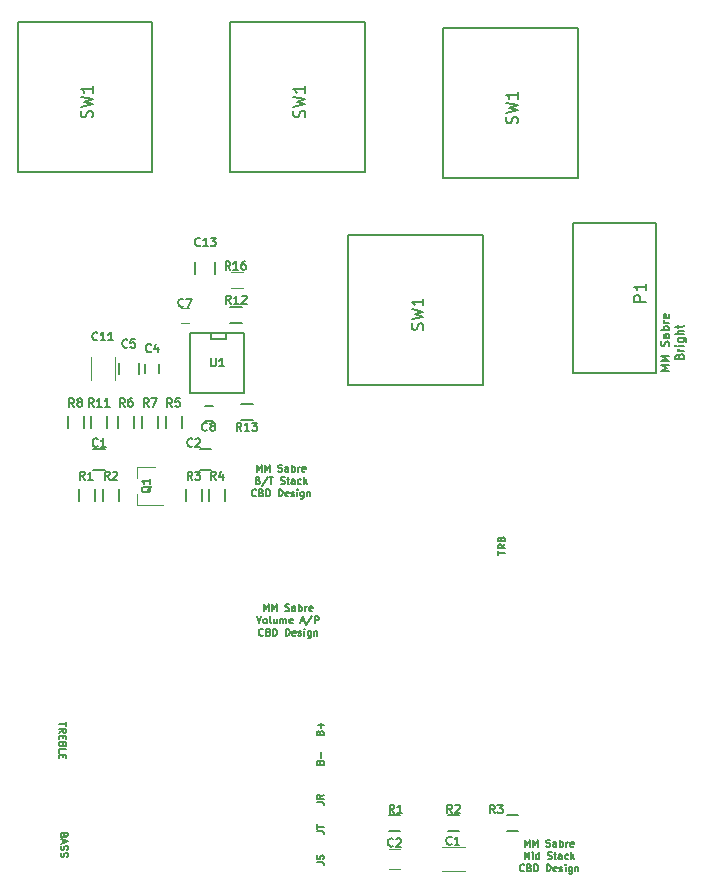
<source format=gto>
%MOIN*%
%OFA0B0*%
%FSLAX46Y46*%
%IPPOS*%
%LPD*%
%ADD10C,0.0039370078740157488*%
%ADD11C,0.005905511811023622*%
%ADD12C,0.0047244094488188976*%
%ADD23C,0.0039370078740157488*%
%ADD24C,0.005905511811023622*%
%ADD25C,0.0047244094488188976*%
%ADD26C,0.0039370078740157488*%
%ADD27C,0.006889763779527559*%
%ADD28C,0.005905511811023622*%
%ADD29C,0.0039370078740157488*%
%ADD30C,0.005905511811023622*%
%ADD31C,0.0039370078740157488*%
%ADD32C,0.005905511811023622*%
%ADD33C,0.0039370078740157488*%
%ADD34C,0.005905511811023622*%
%ADD35C,0.0039370078740157488*%
%ADD36C,0.005905511811023622*%
%ADD37C,0.0039370078740157488*%
%ADD38C,0.005905511811023622*%
%ADD39C,0.0039370078740157488*%
%ADD40C,0.005905511811023622*%
G01G01*
D10*
D11*
X0000801462Y0001369235D02*
X0000801462Y0001392857D01*
X0000809336Y0001375984D01*
X0000817210Y0001392857D01*
X0000817210Y0001369235D01*
X0000828458Y0001369235D02*
X0000828458Y0001392857D01*
X0000836332Y0001375984D01*
X0000844206Y0001392857D01*
X0000844206Y0001369235D01*
X0000872328Y0001370359D02*
X0000875702Y0001369235D01*
X0000881327Y0001369235D01*
X0000883577Y0001370359D01*
X0000884701Y0001371484D01*
X0000885826Y0001373734D01*
X0000885826Y0001375984D01*
X0000884701Y0001378233D01*
X0000883577Y0001379358D01*
X0000881327Y0001380483D01*
X0000876827Y0001381608D01*
X0000874578Y0001382733D01*
X0000873453Y0001383858D01*
X0000872328Y0001386107D01*
X0000872328Y0001388357D01*
X0000873453Y0001390607D01*
X0000874578Y0001391732D01*
X0000876827Y0001392857D01*
X0000882452Y0001392857D01*
X0000885826Y0001391732D01*
X0000906074Y0001369235D02*
X0000906074Y0001381608D01*
X0000904949Y0001383858D01*
X0000902699Y0001384983D01*
X0000898200Y0001384983D01*
X0000895950Y0001383858D01*
X0000906074Y0001370359D02*
X0000903824Y0001369235D01*
X0000898200Y0001369235D01*
X0000895950Y0001370359D01*
X0000894825Y0001372609D01*
X0000894825Y0001374859D01*
X0000895950Y0001377109D01*
X0000898200Y0001378233D01*
X0000903824Y0001378233D01*
X0000906074Y0001379358D01*
X0000917322Y0001369235D02*
X0000917322Y0001392857D01*
X0000917322Y0001383858D02*
X0000919572Y0001384983D01*
X0000924072Y0001384983D01*
X0000926321Y0001383858D01*
X0000927446Y0001382733D01*
X0000928571Y0001380483D01*
X0000928571Y0001373734D01*
X0000927446Y0001371484D01*
X0000926321Y0001370359D01*
X0000924072Y0001369235D01*
X0000919572Y0001369235D01*
X0000917322Y0001370359D01*
X0000938695Y0001369235D02*
X0000938695Y0001384983D01*
X0000938695Y0001380483D02*
X0000939820Y0001382733D01*
X0000940944Y0001383858D01*
X0000943194Y0001384983D01*
X0000945444Y0001384983D01*
X0000962317Y0001370359D02*
X0000960067Y0001369235D01*
X0000955568Y0001369235D01*
X0000953318Y0001370359D01*
X0000952193Y0001372609D01*
X0000952193Y0001381608D01*
X0000953318Y0001383858D01*
X0000955568Y0001384983D01*
X0000960067Y0001384983D01*
X0000962317Y0001383858D01*
X0000963442Y0001381608D01*
X0000963442Y0001379358D01*
X0000952193Y0001377109D01*
X0000804836Y0001340269D02*
X0000808211Y0001339145D01*
X0000809336Y0001338020D01*
X0000810461Y0001335770D01*
X0000810461Y0001332395D01*
X0000809336Y0001330146D01*
X0000808211Y0001329021D01*
X0000805961Y0001327896D01*
X0000796962Y0001327896D01*
X0000796962Y0001351518D01*
X0000804836Y0001351518D01*
X0000807086Y0001350393D01*
X0000808211Y0001349268D01*
X0000809336Y0001347019D01*
X0000809336Y0001344769D01*
X0000808211Y0001342519D01*
X0000807086Y0001341394D01*
X0000804836Y0001340269D01*
X0000796962Y0001340269D01*
X0000837457Y0001352643D02*
X0000817210Y0001322272D01*
X0000841957Y0001351518D02*
X0000855455Y0001351518D01*
X0000848706Y0001327896D02*
X0000848706Y0001351518D01*
X0000880202Y0001329021D02*
X0000883577Y0001327896D01*
X0000889201Y0001327896D01*
X0000891451Y0001329021D01*
X0000892575Y0001330146D01*
X0000893700Y0001332395D01*
X0000893700Y0001334645D01*
X0000892575Y0001336895D01*
X0000891451Y0001338020D01*
X0000889201Y0001339145D01*
X0000884701Y0001340269D01*
X0000882452Y0001341394D01*
X0000881327Y0001342519D01*
X0000880202Y0001344769D01*
X0000880202Y0001347019D01*
X0000881327Y0001349268D01*
X0000882452Y0001350393D01*
X0000884701Y0001351518D01*
X0000890326Y0001351518D01*
X0000893700Y0001350393D01*
X0000900449Y0001343644D02*
X0000909448Y0001343644D01*
X0000903824Y0001351518D02*
X0000903824Y0001331271D01*
X0000904949Y0001329021D01*
X0000907199Y0001327896D01*
X0000909448Y0001327896D01*
X0000927446Y0001327896D02*
X0000927446Y0001340269D01*
X0000926321Y0001342519D01*
X0000924072Y0001343644D01*
X0000919572Y0001343644D01*
X0000917322Y0001342519D01*
X0000927446Y0001329021D02*
X0000925196Y0001327896D01*
X0000919572Y0001327896D01*
X0000917322Y0001329021D01*
X0000916197Y0001331271D01*
X0000916197Y0001333520D01*
X0000917322Y0001335770D01*
X0000919572Y0001336895D01*
X0000925196Y0001336895D01*
X0000927446Y0001338020D01*
X0000948818Y0001329021D02*
X0000946569Y0001327896D01*
X0000942069Y0001327896D01*
X0000939820Y0001329021D01*
X0000938695Y0001330146D01*
X0000937570Y0001332395D01*
X0000937570Y0001339145D01*
X0000938695Y0001341394D01*
X0000939820Y0001342519D01*
X0000942069Y0001343644D01*
X0000946569Y0001343644D01*
X0000948818Y0001342519D01*
X0000958942Y0001327896D02*
X0000958942Y0001351518D01*
X0000961192Y0001336895D02*
X0000967941Y0001327896D01*
X0000967941Y0001343644D02*
X0000958942Y0001334645D01*
X0000798087Y0001288807D02*
X0000796962Y0001287682D01*
X0000793588Y0001286557D01*
X0000791338Y0001286557D01*
X0000787964Y0001287682D01*
X0000785714Y0001289932D01*
X0000784589Y0001292182D01*
X0000783464Y0001296681D01*
X0000783464Y0001300056D01*
X0000784589Y0001304555D01*
X0000785714Y0001306805D01*
X0000787964Y0001309055D01*
X0000791338Y0001310179D01*
X0000793588Y0001310179D01*
X0000796962Y0001309055D01*
X0000798087Y0001307930D01*
X0000816085Y0001298931D02*
X0000819460Y0001297806D01*
X0000820584Y0001296681D01*
X0000821709Y0001294431D01*
X0000821709Y0001291057D01*
X0000820584Y0001288807D01*
X0000819460Y0001287682D01*
X0000817210Y0001286557D01*
X0000808211Y0001286557D01*
X0000808211Y0001310179D01*
X0000816085Y0001310179D01*
X0000818335Y0001309055D01*
X0000819460Y0001307930D01*
X0000820584Y0001305680D01*
X0000820584Y0001303430D01*
X0000819460Y0001301181D01*
X0000818335Y0001300056D01*
X0000816085Y0001298931D01*
X0000808211Y0001298931D01*
X0000831833Y0001286557D02*
X0000831833Y0001310179D01*
X0000837457Y0001310179D01*
X0000840832Y0001309055D01*
X0000843082Y0001306805D01*
X0000844207Y0001304555D01*
X0000845331Y0001300056D01*
X0000845331Y0001296681D01*
X0000844207Y0001292182D01*
X0000843082Y0001289932D01*
X0000840832Y0001287682D01*
X0000837457Y0001286557D01*
X0000831833Y0001286557D01*
X0000873453Y0001286557D02*
X0000873453Y0001310179D01*
X0000879077Y0001310179D01*
X0000882452Y0001309055D01*
X0000884701Y0001306805D01*
X0000885826Y0001304555D01*
X0000886951Y0001300056D01*
X0000886951Y0001296681D01*
X0000885826Y0001292182D01*
X0000884701Y0001289932D01*
X0000882452Y0001287682D01*
X0000879077Y0001286557D01*
X0000873453Y0001286557D01*
X0000906074Y0001287682D02*
X0000903824Y0001286557D01*
X0000899325Y0001286557D01*
X0000897075Y0001287682D01*
X0000895950Y0001289932D01*
X0000895950Y0001298931D01*
X0000897075Y0001301181D01*
X0000899325Y0001302305D01*
X0000903824Y0001302305D01*
X0000906074Y0001301181D01*
X0000907199Y0001298931D01*
X0000907199Y0001296681D01*
X0000895950Y0001294431D01*
X0000916198Y0001287682D02*
X0000918447Y0001286557D01*
X0000922947Y0001286557D01*
X0000925196Y0001287682D01*
X0000926321Y0001289932D01*
X0000926321Y0001291057D01*
X0000925196Y0001293307D01*
X0000922947Y0001294431D01*
X0000919572Y0001294431D01*
X0000917322Y0001295556D01*
X0000916198Y0001297806D01*
X0000916198Y0001298931D01*
X0000917322Y0001301181D01*
X0000919572Y0001302305D01*
X0000922947Y0001302305D01*
X0000925196Y0001301181D01*
X0000936445Y0001286557D02*
X0000936445Y0001302305D01*
X0000936445Y0001310179D02*
X0000935320Y0001309055D01*
X0000936445Y0001307930D01*
X0000937570Y0001309055D01*
X0000936445Y0001310179D01*
X0000936445Y0001307930D01*
X0000957817Y0001302305D02*
X0000957817Y0001283183D01*
X0000956692Y0001280933D01*
X0000955568Y0001279808D01*
X0000953318Y0001278683D01*
X0000949943Y0001278683D01*
X0000947694Y0001279808D01*
X0000957817Y0001287682D02*
X0000955568Y0001286557D01*
X0000951068Y0001286557D01*
X0000948818Y0001287682D01*
X0000947694Y0001288807D01*
X0000946569Y0001291057D01*
X0000946569Y0001297806D01*
X0000947694Y0001300056D01*
X0000948818Y0001301181D01*
X0000951068Y0001302305D01*
X0000955568Y0001302305D01*
X0000957817Y0001301181D01*
X0000969066Y0001302305D02*
X0000969066Y0001286557D01*
X0000969066Y0001300056D02*
X0000970191Y0001301181D01*
X0000972440Y0001302305D01*
X0000975815Y0001302305D01*
X0000978065Y0001301181D01*
X0000979190Y0001298931D01*
X0000979190Y0001286557D01*
X0000340551Y0001732283D02*
X0000340551Y0001692913D01*
X0000407480Y0001692913D02*
X0000407480Y0001732283D01*
X0000249015Y0001515748D02*
X0000249015Y0001555118D01*
X0000302165Y0001555118D02*
X0000302165Y0001515748D01*
X0000663385Y0002027559D02*
X0000663385Y0002066929D01*
X0000596456Y0002066929D02*
X0000596456Y0002027559D01*
X0000759291Y0001832283D02*
X0000759291Y0001632283D01*
X0000759291Y0001632283D02*
X0000579291Y0001632283D01*
X0000579291Y0001632283D02*
X0000579291Y0001832283D01*
X0000579291Y0001832283D02*
X0000759291Y0001832283D01*
X0000699291Y0001832283D02*
X0000699291Y0001812283D01*
X0000699291Y0001812283D02*
X0000649291Y0001812283D01*
X0000649291Y0001812283D02*
X0000649291Y0001832283D01*
D12*
X0000403149Y0001383070D02*
X0000403149Y0001346456D01*
X0000403149Y0001258661D02*
X0000403149Y0001295275D01*
X0000403149Y0001258661D02*
X0000488188Y0001258661D01*
X0000403149Y0001383070D02*
X0000460629Y0001383070D01*
D11*
X0000255905Y0001375984D02*
X0000295275Y0001375984D01*
X0000295275Y0001442913D02*
X0000255905Y0001442913D01*
X0000610236Y0001375984D02*
X0000649606Y0001375984D01*
X0000649606Y0001442913D02*
X0000610236Y0001442913D01*
X0000627952Y0001586614D02*
X0000655511Y0001586614D01*
X0000655511Y0001539370D02*
X0000627952Y0001539370D01*
X0000209645Y0001271653D02*
X0000209645Y0001311023D01*
X0000262795Y0001311023D02*
X0000262795Y0001271653D01*
X0000288385Y0001271653D02*
X0000288385Y0001311023D01*
X0000341535Y0001311023D02*
X0000341535Y0001271653D01*
X0000563976Y0001271653D02*
X0000563976Y0001311023D01*
X0000617125Y0001311023D02*
X0000617125Y0001271653D01*
X0000642716Y0001271653D02*
X0000642716Y0001311023D01*
X0000695866Y0001311023D02*
X0000695866Y0001271653D01*
X0000497047Y0001515748D02*
X0000497047Y0001555118D01*
X0000550196Y0001555118D02*
X0000550196Y0001515748D01*
X0000392716Y0001555118D02*
X0000392716Y0001515748D01*
X0000339566Y0001515748D02*
X0000339566Y0001555118D01*
X0000471456Y0001555118D02*
X0000471456Y0001515748D01*
X0000418307Y0001515748D02*
X0000418307Y0001555118D01*
X0000170275Y0001515748D02*
X0000170275Y0001555118D01*
X0000223425Y0001555118D02*
X0000223425Y0001515748D01*
X0000712598Y0001916338D02*
X0000751968Y0001916338D01*
X0000751968Y0001863188D02*
X0000712598Y0001863188D01*
X0000787401Y0001540354D02*
X0000748031Y0001540354D01*
X0000748031Y0001593503D02*
X0000787401Y0001593503D01*
D12*
X0000247244Y0001751968D02*
X0000247244Y0001673228D01*
X0000327559Y0001673228D02*
X0000327559Y0001751968D01*
X0000574803Y0001866141D02*
X0000547244Y0001866141D01*
X0000547244Y0001913385D02*
X0000574803Y0001913385D01*
X0000714566Y0002034645D02*
X0000753937Y0002034645D01*
X0000753937Y0001981102D02*
X0000714566Y0001981102D01*
D11*
X0000429133Y0001698818D02*
X0000429133Y0001726377D01*
X0000476377Y0001726377D02*
X0000476377Y0001698818D01*
X0000369422Y0001785433D02*
X0000368110Y0001784120D01*
X0000364173Y0001782808D01*
X0000361548Y0001782808D01*
X0000357611Y0001784120D01*
X0000354986Y0001786745D01*
X0000353674Y0001789370D01*
X0000352362Y0001794619D01*
X0000352362Y0001798556D01*
X0000353674Y0001803805D01*
X0000354986Y0001806430D01*
X0000357611Y0001809055D01*
X0000361548Y0001810367D01*
X0000364173Y0001810367D01*
X0000368110Y0001809055D01*
X0000369422Y0001807742D01*
X0000394356Y0001810367D02*
X0000381233Y0001810367D01*
X0000379921Y0001797244D01*
X0000381233Y0001798556D01*
X0000383858Y0001799868D01*
X0000390419Y0001799868D01*
X0000393044Y0001798556D01*
X0000394356Y0001797244D01*
X0000395669Y0001794619D01*
X0000395669Y0001788057D01*
X0000394356Y0001785433D01*
X0000393044Y0001784120D01*
X0000390419Y0001782808D01*
X0000383858Y0001782808D01*
X0000381233Y0001784120D01*
X0000379921Y0001785433D01*
X0000257874Y0001585957D02*
X0000248687Y0001599081D01*
X0000242125Y0001585957D02*
X0000242125Y0001613517D01*
X0000252624Y0001613517D01*
X0000255249Y0001612204D01*
X0000256561Y0001610892D01*
X0000257874Y0001608267D01*
X0000257874Y0001604330D01*
X0000256561Y0001601706D01*
X0000255249Y0001600393D01*
X0000252624Y0001599081D01*
X0000242125Y0001599081D01*
X0000284120Y0001585957D02*
X0000268372Y0001585957D01*
X0000276246Y0001585957D02*
X0000276246Y0001613517D01*
X0000273622Y0001609580D01*
X0000270997Y0001606955D01*
X0000268372Y0001605643D01*
X0000310367Y0001585957D02*
X0000294619Y0001585957D01*
X0000302493Y0001585957D02*
X0000302493Y0001613517D01*
X0000299868Y0001609580D01*
X0000297244Y0001606955D01*
X0000294619Y0001605643D01*
X0000612204Y0002124015D02*
X0000610892Y0002122703D01*
X0000606955Y0002121391D01*
X0000604330Y0002121391D01*
X0000600393Y0002122703D01*
X0000597769Y0002125328D01*
X0000596456Y0002127952D01*
X0000595144Y0002133202D01*
X0000595144Y0002137139D01*
X0000596456Y0002142388D01*
X0000597769Y0002145013D01*
X0000600393Y0002147637D01*
X0000604330Y0002148950D01*
X0000606955Y0002148950D01*
X0000610892Y0002147637D01*
X0000612204Y0002146325D01*
X0000638451Y0002121391D02*
X0000622703Y0002121391D01*
X0000630577Y0002121391D02*
X0000630577Y0002148950D01*
X0000627952Y0002145013D01*
X0000625328Y0002142388D01*
X0000622703Y0002141076D01*
X0000647637Y0002148950D02*
X0000664698Y0002148950D01*
X0000655511Y0002138451D01*
X0000659448Y0002138451D01*
X0000662073Y0002137139D01*
X0000663385Y0002135826D01*
X0000664698Y0002133202D01*
X0000664698Y0002126640D01*
X0000663385Y0002124015D01*
X0000662073Y0002122703D01*
X0000659448Y0002121391D01*
X0000651574Y0002121391D01*
X0000648950Y0002122703D01*
X0000647637Y0002124015D01*
X0000648156Y0001747375D02*
X0000648156Y0001725065D01*
X0000649468Y0001722440D01*
X0000650780Y0001721128D01*
X0000653405Y0001719816D01*
X0000658654Y0001719816D01*
X0000661279Y0001721128D01*
X0000662591Y0001722440D01*
X0000663904Y0001725065D01*
X0000663904Y0001747375D01*
X0000691463Y0001719816D02*
X0000675715Y0001719816D01*
X0000683589Y0001719816D02*
X0000683589Y0001747375D01*
X0000680964Y0001743438D01*
X0000678339Y0001740813D01*
X0000675715Y0001739501D01*
X0000448162Y0001320209D02*
X0000446850Y0001317585D01*
X0000444225Y0001314960D01*
X0000440288Y0001311023D01*
X0000438976Y0001308398D01*
X0000438976Y0001305774D01*
X0000445538Y0001307086D02*
X0000444225Y0001304461D01*
X0000441601Y0001301837D01*
X0000436351Y0001300524D01*
X0000427165Y0001300524D01*
X0000421916Y0001301837D01*
X0000419291Y0001304461D01*
X0000417979Y0001307086D01*
X0000417979Y0001312335D01*
X0000419291Y0001314960D01*
X0000421916Y0001317585D01*
X0000427165Y0001318897D01*
X0000436351Y0001318897D01*
X0000441601Y0001317585D01*
X0000444225Y0001314960D01*
X0000445538Y0001312335D01*
X0000445538Y0001307086D01*
X0000445538Y0001345144D02*
X0000445538Y0001329396D01*
X0000445538Y0001337270D02*
X0000417979Y0001337270D01*
X0000421916Y0001334645D01*
X0000424540Y0001332020D01*
X0000425852Y0001329396D01*
X0000270997Y0001454724D02*
X0000269685Y0001453412D01*
X0000265748Y0001452099D01*
X0000263123Y0001452099D01*
X0000259186Y0001453412D01*
X0000256561Y0001456036D01*
X0000255249Y0001458661D01*
X0000253936Y0001463910D01*
X0000253936Y0001467847D01*
X0000255249Y0001473097D01*
X0000256561Y0001475721D01*
X0000259186Y0001478346D01*
X0000263123Y0001479658D01*
X0000265748Y0001479658D01*
X0000269685Y0001478346D01*
X0000270997Y0001477034D01*
X0000297244Y0001452099D02*
X0000281496Y0001452099D01*
X0000289370Y0001452099D02*
X0000289370Y0001479658D01*
X0000286745Y0001475721D01*
X0000284120Y0001473097D01*
X0000281496Y0001471784D01*
X0000585957Y0001454724D02*
X0000584645Y0001453412D01*
X0000580708Y0001452099D01*
X0000578084Y0001452099D01*
X0000574147Y0001453412D01*
X0000571522Y0001456036D01*
X0000570210Y0001458661D01*
X0000568897Y0001463910D01*
X0000568897Y0001467847D01*
X0000570210Y0001473097D01*
X0000571522Y0001475721D01*
X0000574147Y0001478346D01*
X0000578084Y0001479658D01*
X0000580708Y0001479658D01*
X0000584645Y0001478346D01*
X0000585957Y0001477034D01*
X0000596456Y0001477034D02*
X0000597769Y0001478346D01*
X0000600393Y0001479658D01*
X0000606955Y0001479658D01*
X0000609580Y0001478346D01*
X0000610892Y0001477034D01*
X0000612204Y0001474409D01*
X0000612204Y0001471784D01*
X0000610892Y0001467847D01*
X0000595144Y0001452099D01*
X0000612204Y0001452099D01*
X0000635170Y0001507874D02*
X0000633858Y0001506561D01*
X0000629921Y0001505249D01*
X0000627296Y0001505249D01*
X0000623359Y0001506561D01*
X0000620734Y0001509186D01*
X0000619422Y0001511811D01*
X0000618110Y0001517060D01*
X0000618110Y0001520997D01*
X0000619422Y0001526246D01*
X0000620734Y0001528871D01*
X0000623359Y0001531496D01*
X0000627296Y0001532808D01*
X0000629921Y0001532808D01*
X0000633858Y0001531496D01*
X0000635170Y0001530183D01*
X0000650918Y0001520997D02*
X0000648293Y0001522309D01*
X0000646981Y0001523622D01*
X0000645669Y0001526246D01*
X0000645669Y0001527559D01*
X0000646981Y0001530183D01*
X0000648293Y0001531496D01*
X0000650918Y0001532808D01*
X0000656167Y0001532808D01*
X0000658792Y0001531496D01*
X0000660105Y0001530183D01*
X0000661417Y0001527559D01*
X0000661417Y0001526246D01*
X0000660105Y0001523622D01*
X0000658792Y0001522309D01*
X0000656167Y0001520997D01*
X0000650918Y0001520997D01*
X0000648293Y0001519685D01*
X0000646981Y0001518372D01*
X0000645669Y0001515748D01*
X0000645669Y0001510498D01*
X0000646981Y0001507874D01*
X0000648293Y0001506561D01*
X0000650918Y0001505249D01*
X0000656167Y0001505249D01*
X0000658792Y0001506561D01*
X0000660105Y0001507874D01*
X0000661417Y0001510498D01*
X0000661417Y0001515748D01*
X0000660105Y0001518372D01*
X0000658792Y0001519685D01*
X0000656167Y0001520997D01*
X0000227690Y0001341863D02*
X0000218503Y0001354986D01*
X0000211942Y0001341863D02*
X0000211942Y0001369422D01*
X0000222440Y0001369422D01*
X0000225065Y0001368110D01*
X0000226377Y0001366797D01*
X0000227690Y0001364173D01*
X0000227690Y0001360236D01*
X0000226377Y0001357611D01*
X0000225065Y0001356299D01*
X0000222440Y0001354986D01*
X0000211942Y0001354986D01*
X0000253936Y0001341863D02*
X0000238188Y0001341863D01*
X0000246062Y0001341863D02*
X0000246062Y0001369422D01*
X0000243438Y0001365485D01*
X0000240813Y0001362860D01*
X0000238188Y0001361548D01*
X0000310367Y0001341863D02*
X0000301181Y0001354986D01*
X0000294619Y0001341863D02*
X0000294619Y0001369422D01*
X0000305118Y0001369422D01*
X0000307742Y0001368110D01*
X0000309055Y0001366797D01*
X0000310367Y0001364173D01*
X0000310367Y0001360236D01*
X0000309055Y0001357611D01*
X0000307742Y0001356299D01*
X0000305118Y0001354986D01*
X0000294619Y0001354986D01*
X0000320866Y0001366797D02*
X0000322178Y0001368110D01*
X0000324803Y0001369422D01*
X0000331364Y0001369422D01*
X0000333989Y0001368110D01*
X0000335301Y0001366797D01*
X0000336614Y0001364173D01*
X0000336614Y0001361548D01*
X0000335301Y0001357611D01*
X0000319553Y0001341863D01*
X0000336614Y0001341863D01*
X0000585957Y0001341863D02*
X0000576771Y0001354986D01*
X0000570210Y0001341863D02*
X0000570210Y0001369422D01*
X0000580708Y0001369422D01*
X0000583333Y0001368110D01*
X0000584645Y0001366797D01*
X0000585957Y0001364173D01*
X0000585957Y0001360236D01*
X0000584645Y0001357611D01*
X0000583333Y0001356299D01*
X0000580708Y0001354986D01*
X0000570210Y0001354986D01*
X0000595144Y0001369422D02*
X0000612204Y0001369422D01*
X0000603018Y0001358923D01*
X0000606955Y0001358923D01*
X0000609580Y0001357611D01*
X0000610892Y0001356299D01*
X0000612204Y0001353674D01*
X0000612204Y0001347112D01*
X0000610892Y0001344488D01*
X0000609580Y0001343175D01*
X0000606955Y0001341863D01*
X0000599081Y0001341863D01*
X0000596456Y0001343175D01*
X0000595144Y0001344488D01*
X0000664698Y0001341863D02*
X0000655511Y0001354986D01*
X0000648950Y0001341863D02*
X0000648950Y0001369422D01*
X0000659448Y0001369422D01*
X0000662073Y0001368110D01*
X0000663385Y0001366797D01*
X0000664698Y0001364173D01*
X0000664698Y0001360236D01*
X0000663385Y0001357611D01*
X0000662073Y0001356299D01*
X0000659448Y0001354986D01*
X0000648950Y0001354986D01*
X0000688320Y0001360236D02*
X0000688320Y0001341863D01*
X0000681758Y0001370734D02*
X0000675196Y0001351049D01*
X0000692257Y0001351049D01*
X0000519028Y0001585957D02*
X0000509842Y0001599081D01*
X0000503280Y0001585957D02*
X0000503280Y0001613517D01*
X0000513779Y0001613517D01*
X0000516404Y0001612204D01*
X0000517716Y0001610892D01*
X0000519028Y0001608267D01*
X0000519028Y0001604330D01*
X0000517716Y0001601706D01*
X0000516404Y0001600393D01*
X0000513779Y0001599081D01*
X0000503280Y0001599081D01*
X0000543963Y0001613517D02*
X0000530839Y0001613517D01*
X0000529527Y0001600393D01*
X0000530839Y0001601706D01*
X0000533464Y0001603018D01*
X0000540026Y0001603018D01*
X0000542650Y0001601706D01*
X0000543963Y0001600393D01*
X0000545275Y0001597768D01*
X0000545275Y0001591207D01*
X0000543963Y0001588582D01*
X0000542650Y0001587270D01*
X0000540026Y0001585957D01*
X0000533464Y0001585957D01*
X0000530839Y0001587270D01*
X0000529527Y0001588582D01*
X0000361548Y0001585957D02*
X0000352362Y0001599081D01*
X0000345800Y0001585957D02*
X0000345800Y0001613517D01*
X0000356299Y0001613517D01*
X0000358923Y0001612204D01*
X0000360236Y0001610892D01*
X0000361548Y0001608267D01*
X0000361548Y0001604330D01*
X0000360236Y0001601706D01*
X0000358923Y0001600393D01*
X0000356299Y0001599081D01*
X0000345800Y0001599081D01*
X0000385170Y0001613517D02*
X0000379921Y0001613517D01*
X0000377296Y0001612204D01*
X0000375984Y0001610892D01*
X0000373359Y0001606955D01*
X0000372047Y0001601706D01*
X0000372047Y0001591207D01*
X0000373359Y0001588582D01*
X0000374671Y0001587270D01*
X0000377296Y0001585957D01*
X0000382545Y0001585957D01*
X0000385170Y0001587270D01*
X0000386482Y0001588582D01*
X0000387795Y0001591207D01*
X0000387795Y0001597768D01*
X0000386482Y0001600393D01*
X0000385170Y0001601706D01*
X0000382545Y0001603018D01*
X0000377296Y0001603018D01*
X0000374671Y0001601706D01*
X0000373359Y0001600393D01*
X0000372047Y0001597768D01*
X0000440288Y0001585957D02*
X0000431102Y0001599081D01*
X0000424540Y0001585957D02*
X0000424540Y0001613517D01*
X0000435039Y0001613517D01*
X0000437664Y0001612204D01*
X0000438976Y0001610892D01*
X0000440288Y0001608267D01*
X0000440288Y0001604330D01*
X0000438976Y0001601706D01*
X0000437664Y0001600393D01*
X0000435039Y0001599081D01*
X0000424540Y0001599081D01*
X0000449475Y0001613517D02*
X0000467847Y0001613517D01*
X0000456036Y0001585957D01*
X0000192257Y0001585957D02*
X0000183070Y0001599081D01*
X0000176509Y0001585957D02*
X0000176509Y0001613517D01*
X0000187007Y0001613517D01*
X0000189632Y0001612204D01*
X0000190944Y0001610892D01*
X0000192257Y0001608267D01*
X0000192257Y0001604330D01*
X0000190944Y0001601706D01*
X0000189632Y0001600393D01*
X0000187007Y0001599081D01*
X0000176509Y0001599081D01*
X0000208005Y0001601706D02*
X0000205380Y0001603018D01*
X0000204068Y0001604330D01*
X0000202755Y0001606955D01*
X0000202755Y0001608267D01*
X0000204068Y0001610892D01*
X0000205380Y0001612204D01*
X0000208005Y0001613517D01*
X0000213254Y0001613517D01*
X0000215879Y0001612204D01*
X0000217191Y0001610892D01*
X0000218503Y0001608267D01*
X0000218503Y0001606955D01*
X0000217191Y0001604330D01*
X0000215879Y0001603018D01*
X0000213254Y0001601706D01*
X0000208005Y0001601706D01*
X0000205380Y0001600393D01*
X0000204068Y0001599081D01*
X0000202755Y0001596456D01*
X0000202755Y0001591207D01*
X0000204068Y0001588582D01*
X0000205380Y0001587270D01*
X0000208005Y0001585957D01*
X0000213254Y0001585957D01*
X0000215879Y0001587270D01*
X0000217191Y0001588582D01*
X0000218503Y0001591207D01*
X0000218503Y0001596456D01*
X0000217191Y0001599081D01*
X0000215879Y0001600393D01*
X0000213254Y0001601706D01*
X0000714566Y0001928477D02*
X0000705380Y0001941601D01*
X0000698818Y0001928477D02*
X0000698818Y0001956036D01*
X0000709317Y0001956036D01*
X0000711942Y0001954724D01*
X0000713254Y0001953412D01*
X0000714566Y0001950787D01*
X0000714566Y0001946850D01*
X0000713254Y0001944225D01*
X0000711942Y0001942913D01*
X0000709317Y0001941601D01*
X0000698818Y0001941601D01*
X0000740813Y0001928477D02*
X0000725065Y0001928477D01*
X0000732939Y0001928477D02*
X0000732939Y0001956036D01*
X0000730314Y0001952099D01*
X0000727690Y0001949475D01*
X0000725065Y0001948162D01*
X0000751312Y0001953412D02*
X0000752624Y0001954724D01*
X0000755249Y0001956036D01*
X0000761810Y0001956036D01*
X0000764435Y0001954724D01*
X0000765747Y0001953412D01*
X0000767060Y0001950787D01*
X0000767060Y0001948162D01*
X0000765747Y0001944225D01*
X0000750000Y0001928477D01*
X0000767060Y0001928477D01*
X0000750000Y0001505249D02*
X0000740813Y0001518372D01*
X0000734251Y0001505249D02*
X0000734251Y0001532808D01*
X0000744750Y0001532808D01*
X0000747375Y0001531496D01*
X0000748687Y0001530183D01*
X0000750000Y0001527559D01*
X0000750000Y0001523622D01*
X0000748687Y0001520997D01*
X0000747375Y0001519685D01*
X0000744750Y0001518372D01*
X0000734251Y0001518372D01*
X0000776246Y0001505249D02*
X0000760498Y0001505249D01*
X0000768372Y0001505249D02*
X0000768372Y0001532808D01*
X0000765747Y0001528871D01*
X0000763123Y0001526246D01*
X0000760498Y0001524934D01*
X0000785433Y0001532808D02*
X0000802493Y0001532808D01*
X0000793307Y0001522309D01*
X0000797244Y0001522309D01*
X0000799868Y0001520997D01*
X0000801181Y0001519685D01*
X0000802493Y0001517060D01*
X0000802493Y0001510498D01*
X0000801181Y0001507874D01*
X0000799868Y0001506561D01*
X0000797244Y0001505249D01*
X0000789370Y0001505249D01*
X0000786745Y0001506561D01*
X0000785433Y0001507874D01*
X0000269685Y0001809055D02*
X0000268372Y0001807742D01*
X0000264435Y0001806430D01*
X0000261811Y0001806430D01*
X0000257874Y0001807742D01*
X0000255249Y0001810367D01*
X0000253936Y0001812992D01*
X0000252624Y0001818241D01*
X0000252624Y0001822178D01*
X0000253936Y0001827427D01*
X0000255249Y0001830052D01*
X0000257874Y0001832677D01*
X0000261811Y0001833989D01*
X0000264435Y0001833989D01*
X0000268372Y0001832677D01*
X0000269685Y0001831364D01*
X0000295931Y0001806430D02*
X0000280183Y0001806430D01*
X0000288057Y0001806430D02*
X0000288057Y0001833989D01*
X0000285433Y0001830052D01*
X0000282808Y0001827427D01*
X0000280183Y0001826115D01*
X0000322178Y0001806430D02*
X0000306430Y0001806430D01*
X0000314304Y0001806430D02*
X0000314304Y0001833989D01*
X0000311679Y0001830052D01*
X0000309055Y0001827427D01*
X0000306430Y0001826115D01*
X0000556430Y0001921259D02*
X0000555118Y0001919947D01*
X0000551181Y0001918635D01*
X0000548556Y0001918635D01*
X0000544619Y0001919947D01*
X0000541994Y0001922572D01*
X0000540682Y0001925196D01*
X0000539370Y0001930446D01*
X0000539370Y0001934383D01*
X0000540682Y0001939632D01*
X0000541994Y0001942257D01*
X0000544619Y0001944881D01*
X0000548556Y0001946194D01*
X0000551181Y0001946194D01*
X0000555118Y0001944881D01*
X0000556430Y0001943569D01*
X0000565616Y0001946194D02*
X0000583989Y0001946194D01*
X0000572178Y0001918635D01*
X0000712598Y0002042650D02*
X0000703412Y0002055774D01*
X0000696850Y0002042650D02*
X0000696850Y0002070209D01*
X0000707349Y0002070209D01*
X0000709973Y0002068897D01*
X0000711286Y0002067585D01*
X0000712598Y0002064960D01*
X0000712598Y0002061023D01*
X0000711286Y0002058398D01*
X0000709973Y0002057086D01*
X0000707349Y0002055774D01*
X0000696850Y0002055774D01*
X0000738845Y0002042650D02*
X0000723097Y0002042650D01*
X0000730971Y0002042650D02*
X0000730971Y0002070209D01*
X0000728346Y0002066272D01*
X0000725721Y0002063648D01*
X0000723097Y0002062335D01*
X0000762467Y0002070209D02*
X0000757217Y0002070209D01*
X0000754593Y0002068897D01*
X0000753280Y0002067585D01*
X0000750656Y0002063648D01*
X0000749343Y0002058398D01*
X0000749343Y0002047900D01*
X0000750656Y0002045275D01*
X0000751968Y0002043963D01*
X0000754593Y0002042650D01*
X0000759842Y0002042650D01*
X0000762467Y0002043963D01*
X0000763779Y0002045275D01*
X0000765091Y0002047900D01*
X0000765091Y0002054461D01*
X0000763779Y0002057086D01*
X0000762467Y0002058398D01*
X0000759842Y0002059711D01*
X0000754593Y0002059711D01*
X0000751968Y0002058398D01*
X0000750656Y0002057086D01*
X0000749343Y0002054461D01*
X0000448162Y0001769685D02*
X0000446850Y0001768372D01*
X0000442913Y0001767060D01*
X0000440288Y0001767060D01*
X0000436351Y0001768372D01*
X0000433727Y0001770997D01*
X0000432414Y0001773622D01*
X0000431102Y0001778871D01*
X0000431102Y0001782808D01*
X0000432414Y0001788057D01*
X0000433727Y0001790682D01*
X0000436351Y0001793307D01*
X0000440288Y0001794619D01*
X0000442913Y0001794619D01*
X0000446850Y0001793307D01*
X0000448162Y0001791994D01*
X0000471784Y0001785433D02*
X0000471784Y0001767060D01*
X0000465223Y0001795931D02*
X0000458661Y0001776246D01*
X0000475721Y0001776246D01*
G04 next file*
G04 #@! TF.FileFunction,Legend,Top*
G04 Gerber Fmt 4.6, Leading zero omitted, Abs format (unit mm)*
G04 Created by KiCad (PCBNEW 4.0.4-1.fc24-product) date Tue Jun  5 17:09:06 2018*
G01G01*
G04 APERTURE LIST*
G04 APERTURE END LIST*
D23*
D24*
X0001695163Y0000119235D02*
X0001695163Y0000142857D01*
X0001703037Y0000125984D01*
X0001710911Y0000142857D01*
X0001710911Y0000119235D01*
X0001722159Y0000119235D02*
X0001722159Y0000142857D01*
X0001730033Y0000125984D01*
X0001737907Y0000142857D01*
X0001737907Y0000119235D01*
X0001766029Y0000120359D02*
X0001769403Y0000119235D01*
X0001775028Y0000119235D01*
X0001777277Y0000120359D01*
X0001778402Y0000121484D01*
X0001779527Y0000123734D01*
X0001779527Y0000125984D01*
X0001778402Y0000128233D01*
X0001777277Y0000129358D01*
X0001775028Y0000130483D01*
X0001770528Y0000131608D01*
X0001768278Y0000132733D01*
X0001767154Y0000133858D01*
X0001766029Y0000136107D01*
X0001766029Y0000138357D01*
X0001767154Y0000140607D01*
X0001768278Y0000141732D01*
X0001770528Y0000142857D01*
X0001776152Y0000142857D01*
X0001779527Y0000141732D01*
X0001799775Y0000119235D02*
X0001799775Y0000131608D01*
X0001798650Y0000133858D01*
X0001796400Y0000134983D01*
X0001791901Y0000134983D01*
X0001789651Y0000133858D01*
X0001799775Y0000120359D02*
X0001797525Y0000119235D01*
X0001791901Y0000119235D01*
X0001789651Y0000120359D01*
X0001788526Y0000122609D01*
X0001788526Y0000124859D01*
X0001789651Y0000127109D01*
X0001791901Y0000128233D01*
X0001797525Y0000128233D01*
X0001799775Y0000129358D01*
X0001811023Y0000119235D02*
X0001811023Y0000142857D01*
X0001811023Y0000133858D02*
X0001813273Y0000134983D01*
X0001817772Y0000134983D01*
X0001820022Y0000133858D01*
X0001821147Y0000132733D01*
X0001822272Y0000130483D01*
X0001822272Y0000123734D01*
X0001821147Y0000121484D01*
X0001820022Y0000120359D01*
X0001817772Y0000119235D01*
X0001813273Y0000119235D01*
X0001811023Y0000120359D01*
X0001832395Y0000119235D02*
X0001832395Y0000134983D01*
X0001832395Y0000130483D02*
X0001833520Y0000132733D01*
X0001834645Y0000133858D01*
X0001836895Y0000134983D01*
X0001839145Y0000134983D01*
X0001856017Y0000120359D02*
X0001853768Y0000119235D01*
X0001849268Y0000119235D01*
X0001847019Y0000120359D01*
X0001845894Y0000122609D01*
X0001845894Y0000131608D01*
X0001847019Y0000133858D01*
X0001849268Y0000134983D01*
X0001853768Y0000134983D01*
X0001856017Y0000133858D01*
X0001857142Y0000131608D01*
X0001857142Y0000129358D01*
X0001845894Y0000127109D01*
X0001694038Y0000077896D02*
X0001694038Y0000101518D01*
X0001701912Y0000084645D01*
X0001709786Y0000101518D01*
X0001709786Y0000077896D01*
X0001721034Y0000077896D02*
X0001721034Y0000093644D01*
X0001721034Y0000101518D02*
X0001719910Y0000100393D01*
X0001721034Y0000099268D01*
X0001722159Y0000100393D01*
X0001721034Y0000101518D01*
X0001721034Y0000099268D01*
X0001742407Y0000077896D02*
X0001742407Y0000101518D01*
X0001742407Y0000079021D02*
X0001740157Y0000077896D01*
X0001735657Y0000077896D01*
X0001733408Y0000079021D01*
X0001732283Y0000080146D01*
X0001731158Y0000082395D01*
X0001731158Y0000089145D01*
X0001732283Y0000091394D01*
X0001733408Y0000092519D01*
X0001735657Y0000093644D01*
X0001740157Y0000093644D01*
X0001742407Y0000092519D01*
X0001770528Y0000079021D02*
X0001773903Y0000077896D01*
X0001779527Y0000077896D01*
X0001781777Y0000079021D01*
X0001782902Y0000080146D01*
X0001784027Y0000082395D01*
X0001784027Y0000084645D01*
X0001782902Y0000086895D01*
X0001781777Y0000088020D01*
X0001779527Y0000089145D01*
X0001775028Y0000090269D01*
X0001772778Y0000091394D01*
X0001771653Y0000092519D01*
X0001770528Y0000094769D01*
X0001770528Y0000097019D01*
X0001771653Y0000099268D01*
X0001772778Y0000100393D01*
X0001775028Y0000101518D01*
X0001780652Y0000101518D01*
X0001784027Y0000100393D01*
X0001790776Y0000093644D02*
X0001799775Y0000093644D01*
X0001794150Y0000101518D02*
X0001794150Y0000081271D01*
X0001795275Y0000079021D01*
X0001797525Y0000077896D01*
X0001799775Y0000077896D01*
X0001817772Y0000077896D02*
X0001817772Y0000090269D01*
X0001816647Y0000092519D01*
X0001814398Y0000093644D01*
X0001809898Y0000093644D01*
X0001807649Y0000092519D01*
X0001817772Y0000079021D02*
X0001815523Y0000077896D01*
X0001809898Y0000077896D01*
X0001807649Y0000079021D01*
X0001806524Y0000081271D01*
X0001806524Y0000083520D01*
X0001807649Y0000085770D01*
X0001809898Y0000086895D01*
X0001815523Y0000086895D01*
X0001817772Y0000088020D01*
X0001839145Y0000079021D02*
X0001836895Y0000077896D01*
X0001832395Y0000077896D01*
X0001830146Y0000079021D01*
X0001829021Y0000080146D01*
X0001827896Y0000082395D01*
X0001827896Y0000089145D01*
X0001829021Y0000091394D01*
X0001830146Y0000092519D01*
X0001832395Y0000093644D01*
X0001836895Y0000093644D01*
X0001839145Y0000092519D01*
X0001849268Y0000077896D02*
X0001849268Y0000101518D01*
X0001851518Y0000086895D02*
X0001858267Y0000077896D01*
X0001858267Y0000093644D02*
X0001849268Y0000084645D01*
X0001691788Y0000038807D02*
X0001690663Y0000037682D01*
X0001687289Y0000036557D01*
X0001685039Y0000036557D01*
X0001681664Y0000037682D01*
X0001679415Y0000039932D01*
X0001678290Y0000042182D01*
X0001677165Y0000046681D01*
X0001677165Y0000050056D01*
X0001678290Y0000054555D01*
X0001679415Y0000056805D01*
X0001681664Y0000059055D01*
X0001685039Y0000060179D01*
X0001687289Y0000060179D01*
X0001690663Y0000059055D01*
X0001691788Y0000057930D01*
X0001709786Y0000048931D02*
X0001713160Y0000047806D01*
X0001714285Y0000046681D01*
X0001715410Y0000044431D01*
X0001715410Y0000041057D01*
X0001714285Y0000038807D01*
X0001713160Y0000037682D01*
X0001710911Y0000036557D01*
X0001701912Y0000036557D01*
X0001701912Y0000060179D01*
X0001709786Y0000060179D01*
X0001712036Y0000059055D01*
X0001713160Y0000057930D01*
X0001714285Y0000055680D01*
X0001714285Y0000053430D01*
X0001713160Y0000051181D01*
X0001712036Y0000050056D01*
X0001709786Y0000048931D01*
X0001701912Y0000048931D01*
X0001725534Y0000036557D02*
X0001725534Y0000060179D01*
X0001731158Y0000060179D01*
X0001734533Y0000059055D01*
X0001736782Y0000056805D01*
X0001737907Y0000054555D01*
X0001739032Y0000050056D01*
X0001739032Y0000046681D01*
X0001737907Y0000042182D01*
X0001736782Y0000039932D01*
X0001734533Y0000037682D01*
X0001731158Y0000036557D01*
X0001725534Y0000036557D01*
X0001767154Y0000036557D02*
X0001767154Y0000060179D01*
X0001772778Y0000060179D01*
X0001776152Y0000059055D01*
X0001778402Y0000056805D01*
X0001779527Y0000054555D01*
X0001780652Y0000050056D01*
X0001780652Y0000046681D01*
X0001779527Y0000042182D01*
X0001778402Y0000039932D01*
X0001776152Y0000037682D01*
X0001772778Y0000036557D01*
X0001767154Y0000036557D01*
X0001799775Y0000037682D02*
X0001797525Y0000036557D01*
X0001793025Y0000036557D01*
X0001790776Y0000037682D01*
X0001789651Y0000039932D01*
X0001789651Y0000048931D01*
X0001790776Y0000051181D01*
X0001793025Y0000052305D01*
X0001797525Y0000052305D01*
X0001799775Y0000051181D01*
X0001800899Y0000048931D01*
X0001800899Y0000046681D01*
X0001789651Y0000044431D01*
X0001809898Y0000037682D02*
X0001812148Y0000036557D01*
X0001816647Y0000036557D01*
X0001818897Y0000037682D01*
X0001820022Y0000039932D01*
X0001820022Y0000041057D01*
X0001818897Y0000043307D01*
X0001816647Y0000044431D01*
X0001813273Y0000044431D01*
X0001811023Y0000045556D01*
X0001809898Y0000047806D01*
X0001809898Y0000048931D01*
X0001811023Y0000051181D01*
X0001813273Y0000052305D01*
X0001816647Y0000052305D01*
X0001818897Y0000051181D01*
X0001830146Y0000036557D02*
X0001830146Y0000052305D01*
X0001830146Y0000060179D02*
X0001829021Y0000059055D01*
X0001830146Y0000057930D01*
X0001831271Y0000059055D01*
X0001830146Y0000060179D01*
X0001830146Y0000057930D01*
X0001851518Y0000052305D02*
X0001851518Y0000033183D01*
X0001850393Y0000030933D01*
X0001849268Y0000029808D01*
X0001847019Y0000028683D01*
X0001843644Y0000028683D01*
X0001841394Y0000029808D01*
X0001851518Y0000037682D02*
X0001849268Y0000036557D01*
X0001844769Y0000036557D01*
X0001842519Y0000037682D01*
X0001841394Y0000038807D01*
X0001840270Y0000041057D01*
X0001840270Y0000047806D01*
X0001841394Y0000050056D01*
X0001842519Y0000051181D01*
X0001844769Y0000052305D01*
X0001849268Y0000052305D01*
X0001851518Y0000051181D01*
X0001862767Y0000052305D02*
X0001862767Y0000036557D01*
X0001862767Y0000050056D02*
X0001863892Y0000051181D01*
X0001866141Y0000052305D01*
X0001869516Y0000052305D01*
X0001871766Y0000051181D01*
X0001872890Y0000048931D01*
X0001872890Y0000036557D01*
X0001673228Y0000170275D02*
X0001633858Y0000170275D01*
X0001633858Y0000223425D02*
X0001673228Y0000223425D01*
X0001476377Y0000170275D02*
X0001437007Y0000170275D01*
X0001437007Y0000223425D02*
X0001476377Y0000223425D01*
X0001240157Y0000223425D02*
X0001279527Y0000223425D01*
X0001279527Y0000170275D02*
X0001240157Y0000170275D01*
D25*
X0001279527Y0000112204D02*
X0001240157Y0000112204D01*
X0001240157Y0000045275D02*
X0001279527Y0000045275D01*
X0001417322Y0000038582D02*
X0001496062Y0000038582D01*
X0001496062Y0000118897D02*
X0001417322Y0000118897D01*
D24*
X0001593832Y0000230643D02*
X0001584645Y0000243766D01*
X0001578084Y0000230643D02*
X0001578084Y0000258202D01*
X0001588582Y0000258202D01*
X0001591207Y0000256889D01*
X0001592519Y0000255577D01*
X0001593832Y0000252952D01*
X0001593832Y0000249015D01*
X0001592519Y0000246391D01*
X0001591207Y0000245078D01*
X0001588582Y0000243766D01*
X0001578084Y0000243766D01*
X0001603018Y0000258202D02*
X0001620078Y0000258202D01*
X0001610892Y0000247703D01*
X0001614829Y0000247703D01*
X0001617454Y0000246391D01*
X0001618766Y0000245078D01*
X0001620078Y0000242454D01*
X0001620078Y0000235892D01*
X0001618766Y0000233267D01*
X0001617454Y0000231955D01*
X0001614829Y0000230643D01*
X0001606955Y0000230643D01*
X0001604330Y0000231955D01*
X0001603018Y0000233267D01*
X0001452099Y0000231627D02*
X0001442913Y0000244750D01*
X0001436351Y0000231627D02*
X0001436351Y0000259186D01*
X0001446850Y0000259186D01*
X0001449475Y0000257873D01*
X0001450787Y0000256561D01*
X0001452099Y0000253937D01*
X0001452099Y0000249999D01*
X0001450787Y0000247375D01*
X0001449475Y0000246062D01*
X0001446850Y0000244750D01*
X0001436351Y0000244750D01*
X0001462598Y0000256561D02*
X0001463910Y0000257873D01*
X0001466535Y0000259186D01*
X0001473097Y0000259186D01*
X0001475721Y0000257873D01*
X0001477034Y0000256561D01*
X0001478346Y0000253937D01*
X0001478346Y0000251312D01*
X0001477034Y0000247375D01*
X0001461286Y0000231627D01*
X0001478346Y0000231627D01*
X0001259186Y0000231627D02*
X0001250000Y0000244750D01*
X0001243438Y0000231627D02*
X0001243438Y0000259186D01*
X0001253936Y0000259186D01*
X0001256561Y0000257873D01*
X0001257873Y0000256561D01*
X0001259186Y0000253937D01*
X0001259186Y0000249999D01*
X0001257873Y0000247375D01*
X0001256561Y0000246062D01*
X0001253936Y0000244750D01*
X0001243438Y0000244750D01*
X0001285433Y0000231627D02*
X0001269685Y0000231627D01*
X0001277559Y0000231627D02*
X0001277559Y0000259186D01*
X0001274934Y0000255249D01*
X0001272309Y0000252624D01*
X0001269685Y0000251312D01*
X0001255249Y0000122047D02*
X0001253936Y0000120734D01*
X0001250000Y0000119422D01*
X0001247375Y0000119422D01*
X0001243438Y0000120734D01*
X0001240813Y0000123359D01*
X0001239501Y0000125984D01*
X0001238188Y0000131233D01*
X0001238188Y0000135170D01*
X0001239501Y0000140419D01*
X0001240813Y0000143044D01*
X0001243438Y0000145669D01*
X0001247375Y0000146981D01*
X0001250000Y0000146981D01*
X0001253936Y0000145669D01*
X0001255249Y0000144356D01*
X0001265748Y0000144356D02*
X0001267060Y0000145669D01*
X0001269685Y0000146981D01*
X0001276246Y0000146981D01*
X0001278871Y0000145669D01*
X0001280183Y0000144356D01*
X0001281496Y0000141732D01*
X0001281496Y0000139107D01*
X0001280183Y0000135170D01*
X0001264435Y0000119422D01*
X0001281496Y0000119422D01*
X0001450131Y0000127952D02*
X0001448818Y0000126640D01*
X0001444881Y0000125328D01*
X0001442257Y0000125328D01*
X0001438320Y0000126640D01*
X0001435695Y0000129265D01*
X0001434383Y0000131889D01*
X0001433070Y0000137139D01*
X0001433070Y0000141076D01*
X0001434383Y0000146325D01*
X0001435695Y0000148950D01*
X0001438320Y0000151574D01*
X0001442257Y0000152887D01*
X0001444881Y0000152887D01*
X0001448818Y0000151574D01*
X0001450131Y0000150262D01*
X0001476377Y0000125328D02*
X0001460629Y0000125328D01*
X0001468503Y0000125328D02*
X0001468503Y0000152887D01*
X0001465879Y0000148950D01*
X0001463254Y0000146325D01*
X0001460629Y0000145013D01*
G04 next file*
G04 #@! TF.FileFunction,Legend,Top*
G04 Gerber Fmt 4.6, Leading zero omitted, Abs format (unit mm)*
G04 Created by KiCad (PCBNEW 4.0.7) date 06/05/18 11:02:08*
G01G01*
G04 APERTURE LIST*
G04 APERTURE END LIST*
D26*
D27*
X0002175360Y0001705380D02*
X0002147801Y0001705380D01*
X0002167486Y0001714566D01*
X0002147801Y0001723753D01*
X0002175360Y0001723753D01*
X0002175360Y0001736876D02*
X0002147801Y0001736876D01*
X0002167486Y0001746063D01*
X0002147801Y0001755249D01*
X0002175360Y0001755249D01*
X0002174048Y0001788057D02*
X0002175360Y0001791994D01*
X0002175360Y0001798556D01*
X0002174048Y0001801181D01*
X0002172736Y0001802493D01*
X0002170111Y0001803805D01*
X0002167486Y0001803805D01*
X0002164862Y0001802493D01*
X0002163549Y0001801181D01*
X0002162237Y0001798556D01*
X0002160925Y0001793307D01*
X0002159612Y0001790682D01*
X0002158300Y0001789370D01*
X0002155675Y0001788057D01*
X0002153051Y0001788057D01*
X0002150426Y0001789370D01*
X0002149114Y0001790682D01*
X0002147801Y0001793307D01*
X0002147801Y0001799868D01*
X0002149114Y0001803805D01*
X0002175360Y0001827427D02*
X0002160925Y0001827427D01*
X0002158300Y0001826115D01*
X0002156988Y0001823490D01*
X0002156988Y0001818241D01*
X0002158300Y0001815616D01*
X0002174048Y0001827427D02*
X0002175360Y0001824803D01*
X0002175360Y0001818241D01*
X0002174048Y0001815616D01*
X0002171423Y0001814304D01*
X0002168799Y0001814304D01*
X0002166174Y0001815616D01*
X0002164862Y0001818241D01*
X0002164862Y0001824803D01*
X0002163549Y0001827427D01*
X0002175360Y0001840551D02*
X0002147801Y0001840551D01*
X0002158300Y0001840551D02*
X0002156988Y0001843175D01*
X0002156988Y0001848425D01*
X0002158300Y0001851049D01*
X0002159612Y0001852362D01*
X0002162237Y0001853674D01*
X0002170111Y0001853674D01*
X0002172736Y0001852362D01*
X0002174048Y0001851049D01*
X0002175360Y0001848425D01*
X0002175360Y0001843175D01*
X0002174048Y0001840551D01*
X0002175360Y0001865485D02*
X0002156988Y0001865485D01*
X0002162237Y0001865485D02*
X0002159612Y0001866797D01*
X0002158300Y0001868110D01*
X0002156988Y0001870734D01*
X0002156988Y0001873359D01*
X0002174048Y0001893044D02*
X0002175360Y0001890419D01*
X0002175360Y0001885170D01*
X0002174048Y0001882545D01*
X0002171423Y0001881233D01*
X0002160925Y0001881233D01*
X0002158300Y0001882545D01*
X0002156988Y0001885170D01*
X0002156988Y0001890419D01*
X0002158300Y0001893044D01*
X0002160925Y0001894356D01*
X0002163549Y0001894356D01*
X0002166174Y0001881233D01*
X0002209153Y0001753280D02*
X0002210465Y0001757217D01*
X0002211778Y0001758530D01*
X0002214402Y0001759842D01*
X0002218339Y0001759842D01*
X0002220964Y0001758530D01*
X0002222276Y0001757217D01*
X0002223589Y0001754593D01*
X0002223589Y0001744094D01*
X0002196030Y0001744094D01*
X0002196030Y0001753280D01*
X0002197342Y0001755905D01*
X0002198654Y0001757217D01*
X0002201279Y0001758530D01*
X0002203904Y0001758530D01*
X0002206528Y0001757217D01*
X0002207841Y0001755905D01*
X0002209153Y0001753280D01*
X0002209153Y0001744094D01*
X0002223589Y0001771653D02*
X0002205216Y0001771653D01*
X0002210465Y0001771653D02*
X0002207841Y0001772965D01*
X0002206528Y0001774278D01*
X0002205216Y0001776902D01*
X0002205216Y0001779527D01*
X0002223589Y0001788713D02*
X0002205216Y0001788713D01*
X0002196030Y0001788713D02*
X0002197342Y0001787401D01*
X0002198654Y0001788713D01*
X0002197342Y0001790026D01*
X0002196030Y0001788713D01*
X0002198654Y0001788713D01*
X0002205216Y0001813648D02*
X0002227526Y0001813648D01*
X0002230150Y0001812335D01*
X0002231463Y0001811023D01*
X0002232775Y0001808398D01*
X0002232775Y0001804461D01*
X0002231463Y0001801837D01*
X0002222276Y0001813648D02*
X0002223589Y0001811023D01*
X0002223589Y0001805774D01*
X0002222276Y0001803149D01*
X0002220964Y0001801837D01*
X0002218339Y0001800524D01*
X0002210465Y0001800524D01*
X0002207841Y0001801837D01*
X0002206528Y0001803149D01*
X0002205216Y0001805774D01*
X0002205216Y0001811023D01*
X0002206528Y0001813648D01*
X0002223589Y0001826771D02*
X0002196030Y0001826771D01*
X0002223589Y0001838582D02*
X0002209153Y0001838582D01*
X0002206528Y0001837270D01*
X0002205216Y0001834645D01*
X0002205216Y0001830708D01*
X0002206528Y0001828083D01*
X0002207841Y0001826771D01*
X0002205216Y0001847769D02*
X0002205216Y0001858267D01*
X0002196030Y0001851706D02*
X0002219652Y0001851706D01*
X0002222276Y0001853018D01*
X0002223589Y0001855642D01*
X0002223589Y0001858267D01*
D28*
X0002131102Y0001698818D02*
X0002131102Y0002198818D01*
X0002131102Y0002198818D02*
X0001855511Y0002198818D01*
X0001855511Y0002198818D02*
X0001855511Y0001698818D01*
X0001855511Y0001698818D02*
X0002131102Y0001698818D01*
X0002097731Y0001935508D02*
X0002058361Y0001935508D01*
X0002058361Y0001950506D01*
X0002060236Y0001954255D01*
X0002062110Y0001956130D01*
X0002065860Y0001958005D01*
X0002071484Y0001958005D01*
X0002075234Y0001956130D01*
X0002077109Y0001954255D01*
X0002078983Y0001950506D01*
X0002078983Y0001935508D01*
X0002097731Y0001995500D02*
X0002097731Y0001973003D01*
X0002097731Y0001984251D02*
X0002058361Y0001984251D01*
X0002063985Y0001980502D01*
X0002067735Y0001976752D01*
X0002069610Y0001973003D01*
G04 next file*
G04 #@! TF.FileFunction,Legend,Top*
G04 Gerber Fmt 4.6, Leading zero omitted, Abs format (unit mm)*
G04 Created by KiCad (PCBNEW 4.0.7) date 06/06/18 08:32:26*
G01G01*
G04 APERTURE LIST*
G04 APERTURE END LIST*
D29*
D30*
X0000003936Y0002868110D02*
X0000003936Y0002368110D01*
X0000003936Y0002368110D02*
X0000452755Y0002368110D01*
X0000452755Y0002368110D02*
X0000452755Y0002868110D01*
X0000452755Y0002868110D02*
X0000003936Y0002868110D01*
X0000252155Y0002549868D02*
X0000254030Y0002555493D01*
X0000254030Y0002564866D01*
X0000252155Y0002568616D01*
X0000250281Y0002570491D01*
X0000246531Y0002572365D01*
X0000242782Y0002572365D01*
X0000239032Y0002570491D01*
X0000237157Y0002568616D01*
X0000235283Y0002564866D01*
X0000233408Y0002557367D01*
X0000231533Y0002553618D01*
X0000229658Y0002551743D01*
X0000225909Y0002549868D01*
X0000222159Y0002549868D01*
X0000218410Y0002551743D01*
X0000216535Y0002553618D01*
X0000214660Y0002557367D01*
X0000214660Y0002566741D01*
X0000216535Y0002572365D01*
X0000214660Y0002585489D02*
X0000254030Y0002594863D01*
X0000225909Y0002602362D01*
X0000254030Y0002609861D01*
X0000214660Y0002619235D01*
X0000254030Y0002654855D02*
X0000254030Y0002632358D01*
X0000254030Y0002643607D02*
X0000214660Y0002643607D01*
X0000220284Y0002639857D01*
X0000224034Y0002636107D01*
X0000225909Y0002632358D01*
G04 next file*
G04 #@! TF.FileFunction,Legend,Top*
G04 Gerber Fmt 4.6, Leading zero omitted, Abs format (unit mm)*
G04 Created by KiCad (PCBNEW 4.0.7) date 06/06/18 08:36:06*
G01G01*
G04 APERTURE LIST*
G04 APERTURE END LIST*
D31*
D32*
X0001106299Y0002159448D02*
X0001106299Y0001659448D01*
X0001106299Y0001659448D02*
X0001555118Y0001659448D01*
X0001555118Y0001659448D02*
X0001555118Y0002159448D01*
X0001555118Y0002159448D02*
X0001106299Y0002159448D01*
X0001354518Y0001841207D02*
X0001356392Y0001846831D01*
X0001356392Y0001856205D01*
X0001354518Y0001859955D01*
X0001352643Y0001861829D01*
X0001348893Y0001863704D01*
X0001345144Y0001863704D01*
X0001341394Y0001861829D01*
X0001339520Y0001859955D01*
X0001337645Y0001856205D01*
X0001335770Y0001848706D01*
X0001333895Y0001844956D01*
X0001332020Y0001843082D01*
X0001328271Y0001841207D01*
X0001324521Y0001841207D01*
X0001320772Y0001843082D01*
X0001318897Y0001844956D01*
X0001317022Y0001848706D01*
X0001317022Y0001858080D01*
X0001318897Y0001863704D01*
X0001317022Y0001876827D02*
X0001356392Y0001886201D01*
X0001328271Y0001893700D01*
X0001356392Y0001901199D01*
X0001317022Y0001910573D01*
X0001356392Y0001946194D02*
X0001356392Y0001923697D01*
X0001356392Y0001934945D02*
X0001317022Y0001934945D01*
X0001322647Y0001931196D01*
X0001326396Y0001927446D01*
X0001328271Y0001923697D01*
G04 next file*
G04 #@! TF.FileFunction,Legend,Top*
G04 Gerber Fmt 4.6, Leading zero omitted, Abs format (unit mm)*
G04 Created by KiCad (PCBNEW 4.0.7) date 06/06/18 08:15:27*
G01G01*
G04 APERTURE LIST*
G04 APERTURE END LIST*
D33*
D34*
X0001421259Y0002848425D02*
X0001421259Y0002348425D01*
X0001421259Y0002348425D02*
X0001870078Y0002348425D01*
X0001870078Y0002348425D02*
X0001870078Y0002848425D01*
X0001870078Y0002848425D02*
X0001421259Y0002848425D01*
X0001669478Y0002530183D02*
X0001671353Y0002535808D01*
X0001671353Y0002545181D01*
X0001669478Y0002548931D01*
X0001667604Y0002550806D01*
X0001663854Y0002552680D01*
X0001660104Y0002552680D01*
X0001656355Y0002550806D01*
X0001654480Y0002548931D01*
X0001652605Y0002545181D01*
X0001650731Y0002537682D01*
X0001648856Y0002533933D01*
X0001646981Y0002532058D01*
X0001643232Y0002530183D01*
X0001639482Y0002530183D01*
X0001635733Y0002532058D01*
X0001633858Y0002533933D01*
X0001631983Y0002537682D01*
X0001631983Y0002547056D01*
X0001633858Y0002552680D01*
X0001631983Y0002565804D02*
X0001671353Y0002575178D01*
X0001643232Y0002582677D01*
X0001671353Y0002590176D01*
X0001631983Y0002599550D01*
X0001671353Y0002635170D02*
X0001671353Y0002612673D01*
X0001671353Y0002623922D02*
X0001631983Y0002623922D01*
X0001637607Y0002620172D01*
X0001641357Y0002616422D01*
X0001643232Y0002612673D01*
G04 next file*
G04 #@! TF.FileFunction,Legend,Top*
G04 Gerber Fmt 4.6, Leading zero omitted, Abs format (unit mm)*
G04 Created by KiCad (PCBNEW 4.0.7) date 06/06/18 08:13:09*
G01G01*
G04 APERTURE LIST*
G04 APERTURE END LIST*
D35*
D36*
X0001605174Y0001091676D02*
X0001605174Y0001105174D01*
X0001628796Y0001098425D02*
X0001605174Y0001098425D01*
X0001628796Y0001126546D02*
X0001617547Y0001118672D01*
X0001628796Y0001113048D02*
X0001605174Y0001113048D01*
X0001605174Y0001122047D01*
X0001606299Y0001124296D01*
X0001607424Y0001125421D01*
X0001609673Y0001126546D01*
X0001613048Y0001126546D01*
X0001615298Y0001125421D01*
X0001616422Y0001124296D01*
X0001617547Y0001122047D01*
X0001617547Y0001113048D01*
X0001616422Y0001144544D02*
X0001617547Y0001147919D01*
X0001618672Y0001149043D01*
X0001620922Y0001150168D01*
X0001624296Y0001150168D01*
X0001626546Y0001149043D01*
X0001627671Y0001147919D01*
X0001628796Y0001145669D01*
X0001628796Y0001136670D01*
X0001605174Y0001136670D01*
X0001605174Y0001144544D01*
X0001606299Y0001146794D01*
X0001607424Y0001147919D01*
X0001609673Y0001149043D01*
X0001611923Y0001149043D01*
X0001614173Y0001147919D01*
X0001615298Y0001146794D01*
X0001616422Y0001144544D01*
X0001616422Y0001136670D01*
G04 next file*
G04 #@! TF.FileFunction,Legend,Top*
G04 Gerber Fmt 4.6, Leading zero omitted, Abs format (unit mm)*
G04 Created by KiCad (PCBNEW 4.0.7) date 06/05/18 11:05:24*
G01G01*
G04 APERTURE LIST*
G04 APERTURE END LIST*
D37*
D38*
X0000159167Y0000156917D02*
X0000158042Y0000153543D01*
X0000156917Y0000152418D01*
X0000154668Y0000151293D01*
X0000151293Y0000151293D01*
X0000149043Y0000152418D01*
X0000147918Y0000153543D01*
X0000146794Y0000155793D01*
X0000146794Y0000164791D01*
X0000170416Y0000164791D01*
X0000170416Y0000156917D01*
X0000169291Y0000154668D01*
X0000168166Y0000153543D01*
X0000165916Y0000152418D01*
X0000163667Y0000152418D01*
X0000161417Y0000153543D01*
X0000160292Y0000154668D01*
X0000159167Y0000156917D01*
X0000159167Y0000164791D01*
X0000153543Y0000142294D02*
X0000153543Y0000131046D01*
X0000146794Y0000144544D02*
X0000170416Y0000136670D01*
X0000146794Y0000128796D01*
X0000147918Y0000122047D02*
X0000146794Y0000118672D01*
X0000146794Y0000113048D01*
X0000147918Y0000110798D01*
X0000149043Y0000109673D01*
X0000151293Y0000108548D01*
X0000153543Y0000108548D01*
X0000155793Y0000109673D01*
X0000156917Y0000110798D01*
X0000158042Y0000113048D01*
X0000159167Y0000117547D01*
X0000160292Y0000119797D01*
X0000161417Y0000120922D01*
X0000163667Y0000122047D01*
X0000165916Y0000122047D01*
X0000168166Y0000120922D01*
X0000169291Y0000119797D01*
X0000170416Y0000117547D01*
X0000170416Y0000111923D01*
X0000169291Y0000108548D01*
X0000147918Y0000099550D02*
X0000146794Y0000096175D01*
X0000146794Y0000090551D01*
X0000147918Y0000088301D01*
X0000149043Y0000087176D01*
X0000151293Y0000086051D01*
X0000153543Y0000086051D01*
X0000155793Y0000087176D01*
X0000156917Y0000088301D01*
X0000158042Y0000090551D01*
X0000159167Y0000095050D01*
X0000160292Y0000097300D01*
X0000161417Y0000098425D01*
X0000163667Y0000099550D01*
X0000165916Y0000099550D01*
X0000168166Y0000098425D01*
X0000169291Y0000097300D01*
X0000170416Y0000095050D01*
X0000170416Y0000089426D01*
X0000169291Y0000086051D01*
X0000166479Y0000533745D02*
X0000166479Y0000520247D01*
X0000142857Y0000526996D02*
X0000166479Y0000526996D01*
X0000142857Y0000498875D02*
X0000154105Y0000506749D01*
X0000142857Y0000512373D02*
X0000166479Y0000512373D01*
X0000166479Y0000503374D01*
X0000165354Y0000501124D01*
X0000164229Y0000499999D01*
X0000161979Y0000498875D01*
X0000158605Y0000498875D01*
X0000156355Y0000499999D01*
X0000155230Y0000501124D01*
X0000154105Y0000503374D01*
X0000154105Y0000512373D01*
X0000155230Y0000488751D02*
X0000155230Y0000480877D01*
X0000142857Y0000477502D02*
X0000142857Y0000488751D01*
X0000166479Y0000488751D01*
X0000166479Y0000477502D01*
X0000155230Y0000459505D02*
X0000154105Y0000456130D01*
X0000152980Y0000455005D01*
X0000150731Y0000453880D01*
X0000147356Y0000453880D01*
X0000145106Y0000455005D01*
X0000143982Y0000456130D01*
X0000142857Y0000458380D01*
X0000142857Y0000467379D01*
X0000166479Y0000467379D01*
X0000166479Y0000459505D01*
X0000165354Y0000457255D01*
X0000164229Y0000456130D01*
X0000161979Y0000455005D01*
X0000159730Y0000455005D01*
X0000157480Y0000456130D01*
X0000156355Y0000457255D01*
X0000155230Y0000459505D01*
X0000155230Y0000467379D01*
X0000142857Y0000432508D02*
X0000142857Y0000443757D01*
X0000166479Y0000443757D01*
X0000155230Y0000424634D02*
X0000155230Y0000416760D01*
X0000142857Y0000413385D02*
X0000142857Y0000424634D01*
X0000166479Y0000424634D01*
X0000166479Y0000413385D01*
X0001012092Y0000498875D02*
X0001013217Y0000502249D01*
X0001014341Y0000503374D01*
X0001016591Y0000504499D01*
X0001019966Y0000504499D01*
X0001022215Y0000503374D01*
X0001023340Y0000502249D01*
X0001024465Y0000500000D01*
X0001024465Y0000491001D01*
X0001000843Y0000491001D01*
X0001000843Y0000498875D01*
X0001001968Y0000501124D01*
X0001003093Y0000502249D01*
X0001005343Y0000503374D01*
X0001007592Y0000503374D01*
X0001009842Y0000502249D01*
X0001010967Y0000501124D01*
X0001012092Y0000498875D01*
X0001012092Y0000491001D01*
X0001015466Y0000514623D02*
X0001015466Y0000532620D01*
X0001024465Y0000523622D02*
X0001006467Y0000523622D01*
X0001012092Y0000400449D02*
X0001013217Y0000403824D01*
X0001014341Y0000404949D01*
X0001016591Y0000406074D01*
X0001019966Y0000406074D01*
X0001022215Y0000404949D01*
X0001023340Y0000403824D01*
X0001024465Y0000401574D01*
X0001024465Y0000392575D01*
X0001000843Y0000392575D01*
X0001000843Y0000400449D01*
X0001001968Y0000402699D01*
X0001003093Y0000403824D01*
X0001005343Y0000404949D01*
X0001007592Y0000404949D01*
X0001009842Y0000403824D01*
X0001010967Y0000402699D01*
X0001012092Y0000400449D01*
X0001012092Y0000392575D01*
X0001015466Y0000416197D02*
X0001015466Y0000434195D01*
X0001000843Y0000171541D02*
X0001017716Y0000171541D01*
X0001021091Y0000170416D01*
X0001023340Y0000168166D01*
X0001024465Y0000164791D01*
X0001024465Y0000162542D01*
X0001000843Y0000179415D02*
X0001000843Y0000192913D01*
X0001024465Y0000186164D02*
X0001000843Y0000186164D01*
X0001000843Y0000267154D02*
X0001017716Y0000267154D01*
X0001021091Y0000266029D01*
X0001023340Y0000263779D01*
X0001024465Y0000260404D01*
X0001024465Y0000258155D01*
X0001024465Y0000291901D02*
X0001013217Y0000284027D01*
X0001024465Y0000278402D02*
X0001000843Y0000278402D01*
X0001000843Y0000287401D01*
X0001001968Y0000289651D01*
X0001003093Y0000290776D01*
X0001005343Y0000291901D01*
X0001008717Y0000291901D01*
X0001010967Y0000290776D01*
X0001012092Y0000289651D01*
X0001013217Y0000287401D01*
X0001013217Y0000278402D01*
X0001000843Y0000066929D02*
X0001017716Y0000066929D01*
X0001021091Y0000065804D01*
X0001023340Y0000063554D01*
X0001024465Y0000060179D01*
X0001024465Y0000057930D01*
X0001023340Y0000077052D02*
X0001024465Y0000080427D01*
X0001024465Y0000086051D01*
X0001023340Y0000088301D01*
X0001022215Y0000089426D01*
X0001019966Y0000090551D01*
X0001017716Y0000090551D01*
X0001015466Y0000089426D01*
X0001014341Y0000088301D01*
X0001013217Y0000086051D01*
X0001012092Y0000081552D01*
X0001010967Y0000079302D01*
X0001009842Y0000078177D01*
X0001007592Y0000077052D01*
X0001005343Y0000077052D01*
X0001003093Y0000078177D01*
X0001001968Y0000079302D01*
X0001000843Y0000081552D01*
X0001000843Y0000087176D01*
X0001001968Y0000090551D01*
X0000825084Y0000904668D02*
X0000825084Y0000928290D01*
X0000832958Y0000911417D01*
X0000840832Y0000928290D01*
X0000840832Y0000904668D01*
X0000852080Y0000904668D02*
X0000852080Y0000928290D01*
X0000859954Y0000911417D01*
X0000867828Y0000928290D01*
X0000867828Y0000904668D01*
X0000895950Y0000905793D02*
X0000899325Y0000904668D01*
X0000904949Y0000904668D01*
X0000907199Y0000905793D01*
X0000908323Y0000906917D01*
X0000909448Y0000909167D01*
X0000909448Y0000911417D01*
X0000908323Y0000913667D01*
X0000907199Y0000914791D01*
X0000904949Y0000915916D01*
X0000900449Y0000917041D01*
X0000898200Y0000918166D01*
X0000897075Y0000919291D01*
X0000895950Y0000921541D01*
X0000895950Y0000923790D01*
X0000897075Y0000926040D01*
X0000898200Y0000927165D01*
X0000900449Y0000928290D01*
X0000906074Y0000928290D01*
X0000909448Y0000927165D01*
X0000929696Y0000904668D02*
X0000929696Y0000917041D01*
X0000928571Y0000919291D01*
X0000926321Y0000920416D01*
X0000921822Y0000920416D01*
X0000919572Y0000919291D01*
X0000929696Y0000905793D02*
X0000927446Y0000904668D01*
X0000921822Y0000904668D01*
X0000919572Y0000905793D01*
X0000918447Y0000908042D01*
X0000918447Y0000910292D01*
X0000919572Y0000912542D01*
X0000921822Y0000913667D01*
X0000927446Y0000913667D01*
X0000929696Y0000914791D01*
X0000940944Y0000904668D02*
X0000940944Y0000928290D01*
X0000940944Y0000919291D02*
X0000943194Y0000920416D01*
X0000947694Y0000920416D01*
X0000949943Y0000919291D01*
X0000951068Y0000918166D01*
X0000952193Y0000915916D01*
X0000952193Y0000909167D01*
X0000951068Y0000906917D01*
X0000949943Y0000905793D01*
X0000947694Y0000904668D01*
X0000943194Y0000904668D01*
X0000940944Y0000905793D01*
X0000962317Y0000904668D02*
X0000962317Y0000920416D01*
X0000962317Y0000915916D02*
X0000963442Y0000918166D01*
X0000964566Y0000919291D01*
X0000966816Y0000920416D01*
X0000969066Y0000920416D01*
X0000985939Y0000905793D02*
X0000983689Y0000904668D01*
X0000979190Y0000904668D01*
X0000976940Y0000905793D01*
X0000975815Y0000908042D01*
X0000975815Y0000917041D01*
X0000976940Y0000919291D01*
X0000979190Y0000920416D01*
X0000983689Y0000920416D01*
X0000985939Y0000919291D01*
X0000987064Y0000917041D01*
X0000987064Y0000914791D01*
X0000975815Y0000912542D01*
X0000800899Y0000886951D02*
X0000808773Y0000863329D01*
X0000816647Y0000886951D01*
X0000827896Y0000863329D02*
X0000825646Y0000864454D01*
X0000824521Y0000865579D01*
X0000823397Y0000867828D01*
X0000823397Y0000874578D01*
X0000824521Y0000876827D01*
X0000825646Y0000877952D01*
X0000827896Y0000879077D01*
X0000831271Y0000879077D01*
X0000833520Y0000877952D01*
X0000834645Y0000876827D01*
X0000835770Y0000874578D01*
X0000835770Y0000867828D01*
X0000834645Y0000865579D01*
X0000833520Y0000864454D01*
X0000831271Y0000863329D01*
X0000827896Y0000863329D01*
X0000849268Y0000863329D02*
X0000847019Y0000864454D01*
X0000845894Y0000866704D01*
X0000845894Y0000886951D01*
X0000868391Y0000879077D02*
X0000868391Y0000863329D01*
X0000858267Y0000879077D02*
X0000858267Y0000866704D01*
X0000859392Y0000864454D01*
X0000861642Y0000863329D01*
X0000865016Y0000863329D01*
X0000867266Y0000864454D01*
X0000868391Y0000865579D01*
X0000879640Y0000863329D02*
X0000879640Y0000879077D01*
X0000879640Y0000876827D02*
X0000880764Y0000877952D01*
X0000883014Y0000879077D01*
X0000886389Y0000879077D01*
X0000888638Y0000877952D01*
X0000889763Y0000875703D01*
X0000889763Y0000863329D01*
X0000889763Y0000875703D02*
X0000890888Y0000877952D01*
X0000893138Y0000879077D01*
X0000896512Y0000879077D01*
X0000898762Y0000877952D01*
X0000899887Y0000875703D01*
X0000899887Y0000863329D01*
X0000920135Y0000864454D02*
X0000917885Y0000863329D01*
X0000913385Y0000863329D01*
X0000911136Y0000864454D01*
X0000910011Y0000866704D01*
X0000910011Y0000875703D01*
X0000911136Y0000877952D01*
X0000913385Y0000879077D01*
X0000917885Y0000879077D01*
X0000920135Y0000877952D01*
X0000921259Y0000875703D01*
X0000921259Y0000873453D01*
X0000910011Y0000871203D01*
X0000948256Y0000870078D02*
X0000959505Y0000870078D01*
X0000946006Y0000863329D02*
X0000953880Y0000886951D01*
X0000961754Y0000863329D01*
X0000986501Y0000888076D02*
X0000966254Y0000857705D01*
X0000994375Y0000863329D02*
X0000994375Y0000886951D01*
X0001003374Y0000886951D01*
X0001005624Y0000885826D01*
X0001006749Y0000884701D01*
X0001007873Y0000882452D01*
X0001007873Y0000879077D01*
X0001006749Y0000876827D01*
X0001005624Y0000875703D01*
X0001003374Y0000874578D01*
X0000994375Y0000874578D01*
X0000821709Y0000824240D02*
X0000820584Y0000823115D01*
X0000817210Y0000821990D01*
X0000814960Y0000821990D01*
X0000811586Y0000823115D01*
X0000809336Y0000825365D01*
X0000808211Y0000827615D01*
X0000807086Y0000832114D01*
X0000807086Y0000835489D01*
X0000808211Y0000839988D01*
X0000809336Y0000842238D01*
X0000811586Y0000844488D01*
X0000814960Y0000845613D01*
X0000817210Y0000845613D01*
X0000820584Y0000844488D01*
X0000821709Y0000843363D01*
X0000839707Y0000834364D02*
X0000843082Y0000833239D01*
X0000844207Y0000832114D01*
X0000845331Y0000829864D01*
X0000845331Y0000826490D01*
X0000844207Y0000824240D01*
X0000843082Y0000823115D01*
X0000840832Y0000821990D01*
X0000831833Y0000821990D01*
X0000831833Y0000845613D01*
X0000839707Y0000845613D01*
X0000841957Y0000844488D01*
X0000843082Y0000843363D01*
X0000844207Y0000841113D01*
X0000844207Y0000838863D01*
X0000843082Y0000836614D01*
X0000841957Y0000835489D01*
X0000839707Y0000834364D01*
X0000831833Y0000834364D01*
X0000855455Y0000821990D02*
X0000855455Y0000845613D01*
X0000861079Y0000845613D01*
X0000864454Y0000844488D01*
X0000866704Y0000842238D01*
X0000867829Y0000839988D01*
X0000868953Y0000835489D01*
X0000868953Y0000832114D01*
X0000867829Y0000827615D01*
X0000866704Y0000825365D01*
X0000864454Y0000823115D01*
X0000861079Y0000821990D01*
X0000855455Y0000821990D01*
X0000897075Y0000821990D02*
X0000897075Y0000845613D01*
X0000902699Y0000845613D01*
X0000906074Y0000844488D01*
X0000908323Y0000842238D01*
X0000909448Y0000839988D01*
X0000910573Y0000835489D01*
X0000910573Y0000832114D01*
X0000909448Y0000827615D01*
X0000908323Y0000825365D01*
X0000906074Y0000823115D01*
X0000902699Y0000821990D01*
X0000897075Y0000821990D01*
X0000929696Y0000823115D02*
X0000927446Y0000821990D01*
X0000922947Y0000821990D01*
X0000920697Y0000823115D01*
X0000919572Y0000825365D01*
X0000919572Y0000834364D01*
X0000920697Y0000836614D01*
X0000922947Y0000837739D01*
X0000927446Y0000837739D01*
X0000929696Y0000836614D01*
X0000930821Y0000834364D01*
X0000930821Y0000832114D01*
X0000919572Y0000829864D01*
X0000939820Y0000823115D02*
X0000942069Y0000821990D01*
X0000946569Y0000821990D01*
X0000948818Y0000823115D01*
X0000949943Y0000825365D01*
X0000949943Y0000826490D01*
X0000948818Y0000828740D01*
X0000946569Y0000829864D01*
X0000943194Y0000829864D01*
X0000940944Y0000830989D01*
X0000939820Y0000833239D01*
X0000939820Y0000834364D01*
X0000940944Y0000836614D01*
X0000943194Y0000837739D01*
X0000946569Y0000837739D01*
X0000948818Y0000836614D01*
X0000960067Y0000821990D02*
X0000960067Y0000837739D01*
X0000960067Y0000845613D02*
X0000958942Y0000844488D01*
X0000960067Y0000843363D01*
X0000961192Y0000844488D01*
X0000960067Y0000845613D01*
X0000960067Y0000843363D01*
X0000981439Y0000837739D02*
X0000981439Y0000818616D01*
X0000980315Y0000816366D01*
X0000979190Y0000815241D01*
X0000976940Y0000814116D01*
X0000973565Y0000814116D01*
X0000971316Y0000815241D01*
X0000981439Y0000823115D02*
X0000979190Y0000821990D01*
X0000974690Y0000821990D01*
X0000972440Y0000823115D01*
X0000971316Y0000824240D01*
X0000970191Y0000826490D01*
X0000970191Y0000833239D01*
X0000971316Y0000835489D01*
X0000972440Y0000836614D01*
X0000974690Y0000837739D01*
X0000979190Y0000837739D01*
X0000981439Y0000836614D01*
X0000992688Y0000837739D02*
X0000992688Y0000821990D01*
X0000992688Y0000835489D02*
X0000993813Y0000836614D01*
X0000996062Y0000837739D01*
X0000999437Y0000837739D01*
X0001001687Y0000836614D01*
X0001002812Y0000834364D01*
X0001002812Y0000821990D01*
G04 next file*
G04 #@! TF.FileFunction,Legend,Top*
G04 Gerber Fmt 4.6, Leading zero omitted, Abs format (unit mm)*
G04 Created by KiCad (PCBNEW 4.0.7) date 06/06/18 08:32:26*
G01G01*
G04 APERTURE LIST*
G04 APERTURE END LIST*
D39*
D40*
X0000712598Y0002868110D02*
X0000712598Y0002368110D01*
X0000712598Y0002368110D02*
X0001161417Y0002368110D01*
X0001161417Y0002368110D02*
X0001161417Y0002868110D01*
X0001161417Y0002868110D02*
X0000712598Y0002868110D01*
X0000960817Y0002549868D02*
X0000962692Y0002555493D01*
X0000962692Y0002564866D01*
X0000960817Y0002568616D01*
X0000958942Y0002570491D01*
X0000955193Y0002572365D01*
X0000951443Y0002572365D01*
X0000947694Y0002570491D01*
X0000945819Y0002568616D01*
X0000943944Y0002564866D01*
X0000942069Y0002557367D01*
X0000940194Y0002553618D01*
X0000938320Y0002551743D01*
X0000934570Y0002549868D01*
X0000930821Y0002549868D01*
X0000927071Y0002551743D01*
X0000925196Y0002553618D01*
X0000923322Y0002557367D01*
X0000923322Y0002566741D01*
X0000925196Y0002572365D01*
X0000923322Y0002585489D02*
X0000962692Y0002594863D01*
X0000934570Y0002602362D01*
X0000962692Y0002609861D01*
X0000923322Y0002619235D01*
X0000962692Y0002654855D02*
X0000962692Y0002632358D01*
X0000962692Y0002643607D02*
X0000923322Y0002643607D01*
X0000928946Y0002639857D01*
X0000932695Y0002636107D01*
X0000934570Y0002632358D01*
M02*
</source>
